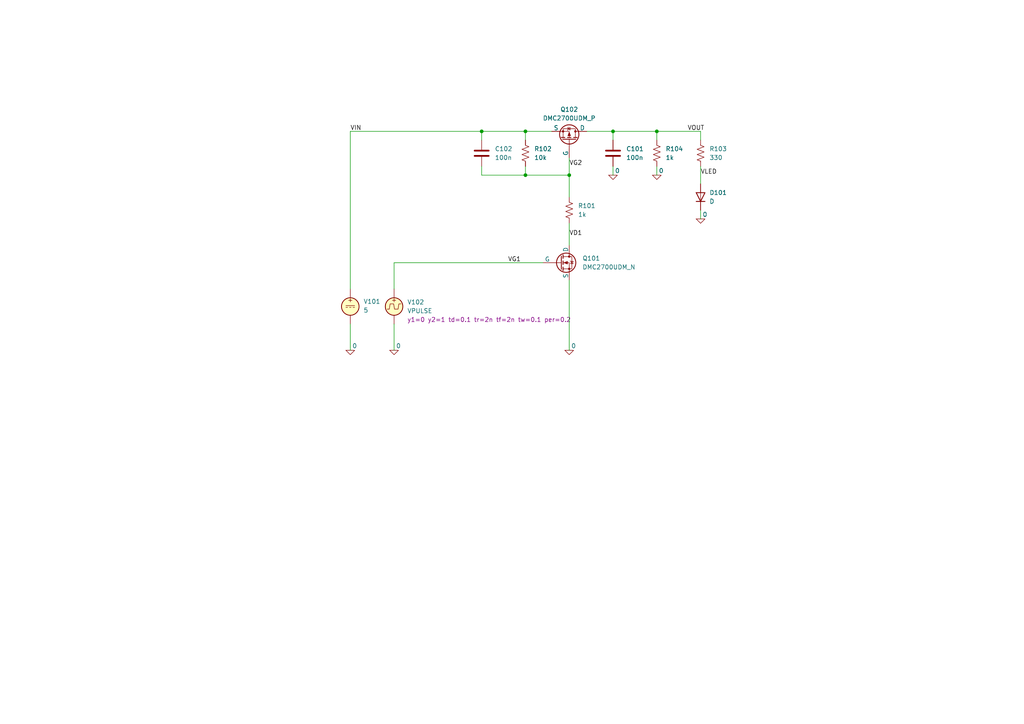
<source format=kicad_sch>
(kicad_sch (version 20230121) (generator eeschema)
  (paper "A4")
  (lib_symbols
    (symbol "Device:C" (pin_numbers hide) (pin_names (offset 0.254))
      (property "Reference" "C" (at 0.635 2.54 0))
      (property "Value" "C" (at 0.635 -2.54 0))
      (symbol "C_0_1"
        (polyline (pts (xy -2.032 -0.762) (xy 2.032 -0.762)) (stroke (width 0.508)))
        (polyline (pts (xy -2.032 0.762) (xy 2.032 0.762)) (stroke (width 0.508)))
      )
      (symbol "C_1_1"
        (pin passive line (at 0 3.81 270) (length 2.794) (name "~") (number "1"))
        (pin passive line (at 0 -3.81 90) (length 2.794) (name "~") (number "2"))
      )
    )
    (symbol "Device:D" (pin_numbers hide) (pin_names (offset 1.016) hide)
      (property "Reference" "D" (at 0 2.54 0))
      (property "Value" "D" (at 0 -2.54 0))
      (symbol "D_0_1"
        (polyline (pts (xy -1.27 1.27) (xy -1.27 -1.27)) (stroke (width 0.254)))
        (polyline (pts (xy 1.27 0) (xy -1.27 0)))
        (polyline (pts (xy 1.27 1.27) (xy 1.27 -1.27) (xy -1.27 0) (xy 1.27 1.27)) (stroke (width 0.254)))
      )
      (symbol "D_1_1"
        (pin passive line (at -3.81 0 0) (length 2.54) (name "K") (number "1"))
        (pin passive line (at 3.81 0 180) (length 2.54) (name "A") (number "2"))
      )
    )
    (symbol "Device:R_US" (pin_numbers hide) (pin_names (offset 0))
      (property "Reference" "R" (at 2.54 0 90))
      (property "Value" "R_US" (at -2.54 0 90))
      (symbol "R_US_0_1"
        (polyline (pts (xy 0 -2.286) (xy 0 -2.54)))
        (polyline (pts (xy 0 2.286) (xy 0 2.54)))
        (polyline (pts (xy 0 -0.762) (xy 1.016 -1.143) (xy 0 -1.524) (xy -1.016 -1.905) (xy 0 -2.286)))
        (polyline (pts (xy 0 0.762) (xy 1.016 0.381) (xy 0 0) (xy -1.016 -0.381) (xy 0 -0.762)))
        (polyline (pts (xy 0 2.286) (xy 1.016 1.905) (xy 0 1.524) (xy -1.016 1.143) (xy 0 0.762)))
      )
      (symbol "R_US_1_1"
        (pin passive line (at 0 3.81 270) (length 1.27) (name "~") (number "1"))
        (pin passive line (at 0 -3.81 90) (length 1.27) (name "~") (number "2"))
      )
    )
    (symbol "Simulation_SPICE:0" (power) (pin_names (offset 0))
      (property "Value" "0" (at 0 -1.778 0))
      (symbol "0_0_1"
        (polyline (pts (xy -1.27 0) (xy 0 -1.27) (xy 1.27 0) (xy -1.27 0)))
      )
      (symbol "0_1_1"
        (pin power_in line (at 0 0 0) (length 0) hide (name "0") (number "1"))
      )
    )
    (symbol "Simulation_SPICE:NMOS" (pin_numbers hide) (pin_names (offset 0))
      (property "Reference" "Q" (at 5.08 1.27 0))
      (property "Value" "NMOS" (at 5.08 -1.27 0))
      (symbol "NMOS_0_1"
        (polyline (pts (xy 0.254 0) (xy -2.54 0)))
        (polyline (pts (xy 0.254 1.905) (xy 0.254 -1.905)) (stroke (width 0.254)))
        (polyline (pts (xy 0.762 -1.27) (xy 0.762 -2.286)) (stroke (width 0.254)))
        (polyline (pts (xy 0.762 0.508) (xy 0.762 -0.508)) (stroke (width 0.254)))
        (polyline (pts (xy 0.762 2.286) (xy 0.762 1.27)) (stroke (width 0.254)))
        (polyline (pts (xy 2.54 2.54) (xy 2.54 1.778)))
        (polyline (pts (xy 2.54 -2.54) (xy 2.54 0) (xy 0.762 0)))
        (polyline (pts (xy 0.762 -1.778) (xy 3.302 -1.778) (xy 3.302 1.778) (xy 0.762 1.778)))
        (polyline (pts (xy 1.016 0) (xy 2.032 0.381) (xy 2.032 -0.381) (xy 1.016 0)) (fill (type outline)))
        (polyline (pts (xy 2.794 0.508) (xy 2.921 0.381) (xy 3.683 0.381) (xy 3.81 0.254)))
        (polyline (pts (xy 3.302 0.381) (xy 2.921 -0.254) (xy 3.683 -0.254) (xy 3.302 0.381)))
        (circle (center 1.651 0) (radius 2.794) (stroke (width 0.254)))
        (circle (center 2.54 -1.778) (radius 0.254) (fill (type outline)))
        (circle (center 2.54 1.778) (radius 0.254) (fill (type outline)))
      )
      (symbol "NMOS_1_1"
        (pin passive line (at 2.54 5.08 270) (length 2.54) (name "D") (number "1"))
        (pin input line (at -5.08 0 0) (length 2.54) (name "G") (number "2"))
        (pin passive line (at 2.54 -5.08 90) (length 2.54) (name "S") (number "3"))
      )
    )
    (symbol "Simulation_SPICE:PMOS" (pin_numbers hide) (pin_names (offset 0))
      (property "Reference" "Q" (at 5.08 1.27 0))
      (property "Value" "PMOS" (at 5.08 -1.27 0))
      (symbol "PMOS_0_1"
        (polyline (pts (xy 0.254 0) (xy -2.54 0)))
        (polyline (pts (xy 0.254 1.905) (xy 0.254 -1.905)) (stroke (width 0.254)))
        (polyline (pts (xy 0.762 -1.27) (xy 0.762 -2.286)) (stroke (width 0.254)))
        (polyline (pts (xy 0.762 0.508) (xy 0.762 -0.508)) (stroke (width 0.254)))
        (polyline (pts (xy 0.762 2.286) (xy 0.762 1.27)) (stroke (width 0.254)))
        (polyline (pts (xy 2.54 2.54) (xy 2.54 1.778)))
        (polyline (pts (xy 2.54 -2.54) (xy 2.54 0) (xy 0.762 0)))
        (polyline (pts (xy 0.762 1.778) (xy 3.302 1.778) (xy 3.302 -1.778) (xy 0.762 -1.778)))
        (polyline (pts (xy 2.286 0) (xy 1.27 0.381) (xy 1.27 -0.381) (xy 2.286 0)) (fill (type outline)))
        (polyline (pts (xy 2.794 -0.508) (xy 2.921 -0.381) (xy 3.683 -0.381) (xy 3.81 -0.254)))
        (polyline (pts (xy 3.302 -0.381) (xy 2.921 0.254) (xy 3.683 0.254) (xy 3.302 -0.381)))
        (circle (center 1.651 0) (radius 2.794) (stroke (width 0.254)))
        (circle (center 2.54 -1.778) (radius 0.254) (fill (type outline)))
        (circle (center 2.54 1.778) (radius 0.254) (fill (type outline)))
      )
      (symbol "PMOS_1_1"
        (pin passive line (at 2.54 5.08 270) (length 2.54) (name "D") (number "1"))
        (pin input line (at -5.08 0 0) (length 2.54) (name "G") (number "2"))
        (pin passive line (at 2.54 -5.08 90) (length 2.54) (name "S") (number "3"))
      )
    )
    (symbol "Simulation_SPICE:VDC" (pin_numbers hide) (pin_names (offset 0.0254))
      (property "Reference" "V" (at 2.54 2.54 0))
      (property "Value" "1" (at 2.54 0 0))
      (symbol "VDC_0_0"
        (polyline (pts (xy -1.27 0.254) (xy 1.27 0.254)))
        (polyline (pts (xy -0.762 -0.254) (xy -1.27 -0.254)))
        (polyline (pts (xy 0.254 -0.254) (xy -0.254 -0.254)))
        (polyline (pts (xy 1.27 -0.254) (xy 0.762 -0.254)))
        (text "+" (at 0 1.905 0) (effects (font (size 1.27 1.27))))
      )
      (symbol "VDC_0_1"
        (circle (center 0 0) (radius 2.54) (stroke (width 0.254)) (fill (type background)))
      )
      (symbol "VDC_1_1"
        (pin passive line (at 0 5.08 270) (length 2.54) (name "~") (number "1"))
        (pin passive line (at 0 -5.08 90) (length 2.54) (name "~") (number "2"))
      )
    )
    (symbol "Simulation_SPICE:VPULSE" (pin_numbers hide) (pin_names (offset 0.0254))
      (property "Reference" "V" (at 2.54 2.54 0))
      (property "Value" "VPULSE" (at 2.54 0 0))
      (property "Sim.Params" "y1=0 y2=1 td=2n tr=2n tf=2n tw=50n per=100n" (at 2.54 -2.54 0))
      (symbol "VPULSE_0_0"
        (polyline (pts (xy -2.032 -0.762) (xy -1.397 -0.762) (xy -1.143 0.762) (xy -0.127 0.762) (xy 0.127 -0.762) (xy 1.143 -0.762) (xy 1.397 0.762) (xy 2.032 0.762)))
        (text "+" (at 0 1.905 0) (effects (font (size 1.27 1.27))))
      )
      (symbol "VPULSE_0_1"
        (circle (center 0 0) (radius 2.54) (stroke (width 0.254)) (fill (type background)))
      )
      (symbol "VPULSE_1_1"
        (pin passive line (at 0 5.08 270) (length 2.54) (name "~") (number "1"))
        (pin passive line (at 0 -5.08 90) (length 2.54) (name "~") (number "2"))
      )
    )
  )
  (junction (at 177.8 38.1))
  (junction (at 152.4 50.8))
  (junction (at 190.5 38.1))
  (junction (at 139.7 38.1))
  (junction (at 152.4 38.1))
  (junction (at 165.1 50.8))
  (wire (pts (xy 160.02 38.1) (xy 152.4 38.1)))
  (wire (pts (xy 177.8 38.1) (xy 177.8 40.64)))
  (wire (pts (xy 139.7 38.1) (xy 101.6 38.1)))
  (wire (pts (xy 165.1 81.28) (xy 165.1 101.6)))
  (wire (pts (xy 165.1 45.72) (xy 165.1 50.8)))
  (wire (pts (xy 190.5 38.1) (xy 190.5 40.64)))
  (wire (pts (xy 165.1 50.8) (xy 165.1 57.15)))
  (wire (pts (xy 203.2 60.96) (xy 203.2 63.5)))
  (wire (pts (xy 114.3 76.2) (xy 114.3 83.82)))
  (wire (pts (xy 152.4 50.8) (xy 152.4 48.26)))
  (wire (pts (xy 157.48 76.2) (xy 114.3 76.2)))
  (wire (pts (xy 101.6 38.1) (xy 101.6 83.82)))
  (wire (pts (xy 139.7 48.26) (xy 139.7 50.8)))
  (wire (pts (xy 114.3 93.98) (xy 114.3 101.6)))
  (wire (pts (xy 165.1 64.77) (xy 165.1 71.12)))
  (wire (pts (xy 203.2 38.1) (xy 190.5 38.1)))
  (wire (pts (xy 152.4 38.1) (xy 139.7 38.1)))
  (wire (pts (xy 139.7 38.1) (xy 139.7 40.64)))
  (wire (pts (xy 190.5 38.1) (xy 177.8 38.1)))
  (wire (pts (xy 203.2 48.26) (xy 203.2 53.34)))
  (wire (pts (xy 101.6 93.98) (xy 101.6 101.6)))
  (wire (pts (xy 177.8 48.26) (xy 177.8 50.8)))
  (wire (pts (xy 203.2 38.1) (xy 203.2 40.64)))
  (wire (pts (xy 190.5 48.26) (xy 190.5 50.8)))
  (wire (pts (xy 170.18 38.1) (xy 177.8 38.1)))
  (wire (pts (xy 152.4 40.64) (xy 152.4 38.1)))
  (wire (pts (xy 165.1 50.8) (xy 152.4 50.8)))
  (wire (pts (xy 139.7 50.8) (xy 152.4 50.8)))
  (label "VG2" (at 165.1 48.26 0))
  (label "VG1" (at 147.32 76.2 0))
  (label "VLED" (at 203.2 50.8 0))
  (label "VOUT" (at 199.39 38.1 0))
  (label "VD1" (at 165.1 68.58 0))
  (label "VIN" (at 101.6 38.1 0))
  (symbol (lib_id "Simulation_SPICE:PMOS") (at 165.1 40.64 270) (mirror x) (unit 1)
    (property "Reference" "Q102" (at 165.1 31.75 90))
    (property "Value" "DMC2700UDM_P" (at 165.1 34.29 90))
    (property "Datasheet" "https://ngspice.sourceforge.io/docs/ngspice-manual.pdf" (effects hide))
    (property "Sim.Device" "SUBCKT" (effects hide))
    (property "Sim.Pins" "1=10 2=20 3=30" (effects hide))
    (property "Sim.Library" "DMC2700UDM.spice.txt" (effects hide))
    (property "Sim.Name" "DMC2700UDM_P" (effects hide))
  )
  (symbol (lib_id "Simulation_SPICE:0") (at 177.8 50.8 0) (unit 1)
    (property "Reference" "#GND0105" (effects hide))
    (property "Value" "0" (at 179.07 49.53 0))
  )
  (symbol (lib_id "Device:R_US") (at 152.4 44.45 0) (unit 1)
    (property "Reference" "R102" (at 154.94 43.18 0) (effects (justify left)))
    (property "Value" "10k" (at 154.94 45.72 0) (effects (justify left)))
  )
  (symbol (lib_id "Simulation_SPICE:0") (at 203.2 63.5 0) (unit 1)
    (property "Reference" "#GND0104" (effects hide))
    (property "Value" "0" (at 204.47 62.23 0))
  )
  (symbol (lib_id "Device:R_US") (at 165.1 60.96 0) (unit 1)
    (property "Reference" "R101" (at 167.64 59.69 0) (effects (justify left)))
    (property "Value" "1k" (at 167.64 62.23 0) (effects (justify left)))
  )
  (symbol (lib_id "Simulation_SPICE:NMOS") (at 162.56 76.2 0) (unit 1)
    (property "Reference" "Q101" (at 168.91 74.93 0) (effects (justify left)))
    (property "Value" "DMC2700UDM_N" (at 168.91 77.47 0) (effects (justify left)))
    (property "Datasheet" "https://ngspice.sourceforge.io/docs/ngspice-manual.pdf" (effects hide))
    (property "Sim.Device" "SUBCKT" (effects hide))
    (property "Sim.Pins" "1=10 2=20 3=30" (effects hide))
    (property "Sim.Library" "DMC2700UDM.spice.txt" (effects hide))
    (property "Sim.Name" "DMC2700UDM_N" (effects hide))
  )
  (symbol (lib_id "Simulation_SPICE:VDC") (at 101.6 88.9 0) (unit 1)
    (property "Reference" "V101" (at 105.41 87.4502 0) (effects (justify left)))
    (property "Value" "5" (at 105.41 89.9902 0) (effects (justify left)))
    (property "Sim.Pins" "1=+ 2=-" (effects hide))
    (property "Sim.Type" "DC" (effects hide))
    (property "Sim.Device" "V" (effects hide))
  )
  (symbol (lib_id "Device:C") (at 139.7 44.45 0) (unit 1)
    (property "Reference" "C102" (at 143.51 43.18 0) (effects (justify left)))
    (property "Value" "100n" (at 143.51 45.72 0) (effects (justify left)))
  )
  (symbol (lib_id "Device:R_US") (at 190.5 44.45 0) (unit 1)
    (property "Reference" "R104" (at 193.04 43.18 0) (effects (justify left)))
    (property "Value" "1k" (at 193.04 45.72 0) (effects (justify left)))
  )
  (symbol (lib_id "Device:C") (at 177.8 44.45 0) (unit 1)
    (property "Reference" "C101" (at 181.61 43.18 0) (effects (justify left)))
    (property "Value" "100n" (at 181.61 45.72 0) (effects (justify left)))
  )
  (symbol (lib_id "Simulation_SPICE:0") (at 165.1 101.6 0) (unit 1)
    (property "Reference" "#GND0103" (effects hide))
    (property "Value" "0" (at 166.37 100.33 0))
  )
  (symbol (lib_id "Simulation_SPICE:VPULSE") (at 114.3 88.9 0) (unit 1)
    (property "Reference" "V102" (at 118.11 87.63 0) (effects (justify left)))
    (property "Value" "VPULSE" (at 118.11 90.17 0) (effects (justify left)))
    (property "Sim.Pins" "1=+ 2=-" (effects hide))
    (property "Sim.Type" "PULSE" (effects hide))
    (property "Sim.Device" "V" (effects hide))
    (property "Sim.Params" "y1=0 y2=1 td=0.1 tr=2n tf=2n tw=0.1 per=0.2" (at 118.11 92.71 0) (effects (justify left)))
  )
  (symbol (lib_id "Simulation_SPICE:0") (at 190.5 50.8 0) (unit 1)
    (property "Reference" "#GND0106" (effects hide))
    (property "Value" "0" (at 191.77 49.53 0))
  )
  (symbol (lib_id "Simulation_SPICE:0") (at 114.3 101.6 0) (unit 1)
    (property "Reference" "#GND0102" (effects hide))
    (property "Value" "0" (at 115.57 100.33 0))
  )
  (symbol (lib_id "Simulation_SPICE:0") (at 101.6 101.6 0) (unit 1)
    (property "Reference" "#GND0101" (effects hide))
    (property "Value" "0" (at 102.87 100.33 0))
  )
  (symbol (lib_id "Device:R_US") (at 203.2 44.45 0) (unit 1)
    (property "Reference" "R103" (at 205.74 43.18 0) (effects (justify left)))
    (property "Value" "330" (at 205.74 45.72 0) (effects (justify left)))
  )
  (symbol (lib_id "Device:D") (at 203.2 57.15 90) (unit 1)
    (property "Reference" "D101" (at 205.74 55.88 90) (effects (justify right)))
    (property "Value" "D" (at 205.74 58.42 90) (effects (justify right)))
    (property "Sim.Device" "D" (effects hide))
    (property "Sim.Pins" "1=A 2=K" (effects hide))
    (property "Sim.Library" "LED.spice.txt" (effects hide))
    (property "Sim.Name" "LED1" (effects hide))
  )
)
</source>
